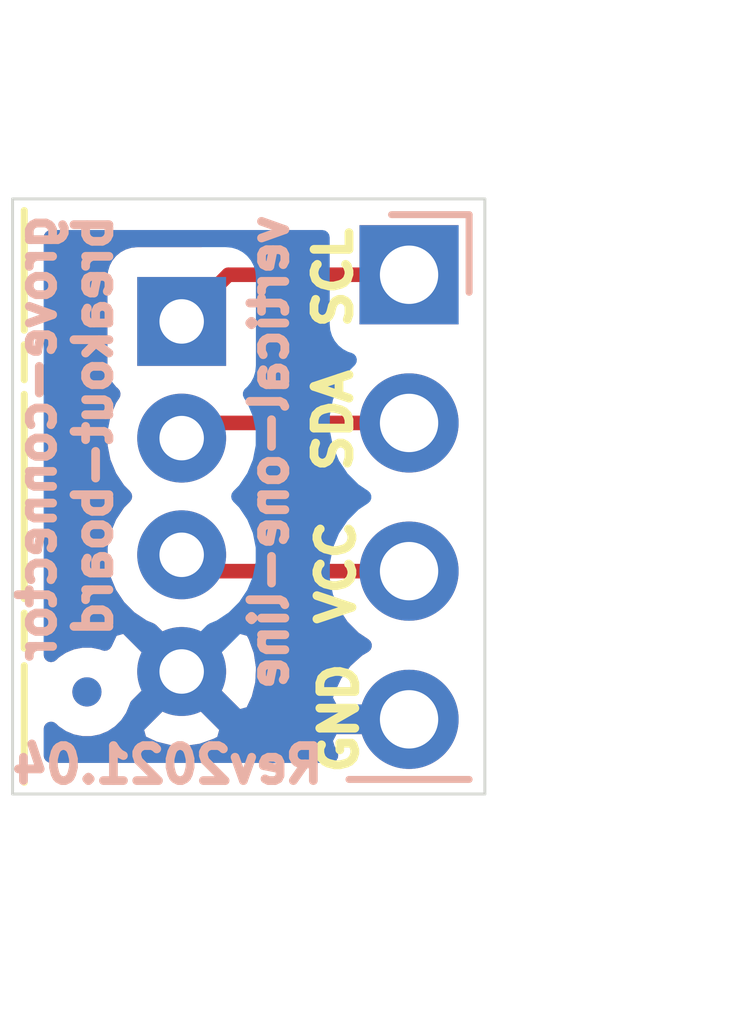
<source format=kicad_pcb>
(kicad_pcb (version 20171130) (host pcbnew 5.1.9-73d0e3b20d~88~ubuntu20.04.1)

  (general
    (thickness 1.6)
    (drawings 13)
    (tracks 10)
    (zones 0)
    (modules 4)
    (nets 5)
  )

  (page A4)
  (layers
    (0 F.Cu signal)
    (31 B.Cu signal)
    (32 B.Adhes user)
    (33 F.Adhes user)
    (34 B.Paste user)
    (35 F.Paste user)
    (36 B.SilkS user)
    (37 F.SilkS user)
    (38 B.Mask user)
    (39 F.Mask user)
    (40 Dwgs.User user)
    (41 Cmts.User user)
    (42 Eco1.User user)
    (43 Eco2.User user)
    (44 Edge.Cuts user)
    (45 Margin user)
    (46 B.CrtYd user)
    (47 F.CrtYd user)
    (48 B.Fab user)
    (49 F.Fab user)
  )

  (setup
    (last_trace_width 0.25)
    (trace_clearance 0.2)
    (zone_clearance 0.508)
    (zone_45_only no)
    (trace_min 0.2)
    (via_size 0.8)
    (via_drill 0.4)
    (via_min_size 0.4)
    (via_min_drill 0.3)
    (uvia_size 0.3)
    (uvia_drill 0.1)
    (uvias_allowed no)
    (uvia_min_size 0.2)
    (uvia_min_drill 0.1)
    (edge_width 0.05)
    (segment_width 0.2)
    (pcb_text_width 0.3)
    (pcb_text_size 1.5 1.5)
    (mod_edge_width 0.12)
    (mod_text_size 1 1)
    (mod_text_width 0.15)
    (pad_size 1.524 1.524)
    (pad_drill 0.762)
    (pad_to_mask_clearance 0)
    (aux_axis_origin 0 0)
    (visible_elements FFFFFF7F)
    (pcbplotparams
      (layerselection 0x010fc_ffffffff)
      (usegerberextensions false)
      (usegerberattributes true)
      (usegerberadvancedattributes true)
      (creategerberjobfile true)
      (excludeedgelayer true)
      (linewidth 0.100000)
      (plotframeref false)
      (viasonmask false)
      (mode 1)
      (useauxorigin false)
      (hpglpennumber 1)
      (hpglpenspeed 20)
      (hpglpendiameter 15.000000)
      (psnegative false)
      (psa4output false)
      (plotreference true)
      (plotvalue true)
      (plotinvisibletext false)
      (padsonsilk false)
      (subtractmaskfromsilk false)
      (outputformat 1)
      (mirror false)
      (drillshape 1)
      (scaleselection 1)
      (outputdirectory ""))
  )

  (net 0 "")
  (net 1 GND)
  (net 2 "Net-(J1-Pad3)")
  (net 3 "Net-(J1-Pad2)")
  (net 4 "Net-(J1-Pad1)")

  (net_class Default "This is the default net class."
    (clearance 0.2)
    (trace_width 0.25)
    (via_dia 0.8)
    (via_drill 0.4)
    (uvia_dia 0.3)
    (uvia_drill 0.1)
    (add_net GND)
    (add_net "Net-(J1-Pad1)")
    (add_net "Net-(J1-Pad2)")
    (add_net "Net-(J1-Pad3)")
  )

  (module Fiducial:Fiducial_0.5mm_Mask1mm (layer B.Cu) (tedit 5C18CB26) (tstamp 601E71D2)
    (at 141.775 108.75)
    (descr "Circular Fiducial, 0.5mm bare copper, 1mm soldermask opening (Level C)")
    (tags fiducial)
    (attr smd)
    (fp_text reference fid1 (at 0 1.5) (layer B.SilkS) hide
      (effects (font (size 1 1) (thickness 0.15)) (justify mirror))
    )
    (fp_text value Fiducial_0.5mm_Mask1mm (at 0 -1.5) (layer B.Fab) hide
      (effects (font (size 1 1) (thickness 0.15)) (justify mirror))
    )
    (fp_circle (center 0 0) (end 0.5 0) (layer B.Fab) (width 0.1))
    (fp_circle (center 0 0) (end 0.75 0) (layer B.CrtYd) (width 0.05))
    (fp_text user %R (at 0 0) (layer B.Fab)
      (effects (font (size 0.2 0.2) (thickness 0.04)) (justify mirror))
    )
    (pad "" smd circle (at 0 0) (size 0.5 0.5) (layers B.Cu B.Mask)
      (solder_mask_margin 0.25) (clearance 0.25))
  )

  (module Fiducial:Fiducial_0.5mm_Mask1mm (layer F.Cu) (tedit 5C18CB26) (tstamp 601E7184)
    (at 141.775 108.75)
    (descr "Circular Fiducial, 0.5mm bare copper, 1mm soldermask opening (Level C)")
    (tags fiducial)
    (attr smd)
    (fp_text reference fid1 (at 0 -1.5) (layer F.SilkS) hide
      (effects (font (size 1 1) (thickness 0.15)))
    )
    (fp_text value Fiducial_0.5mm_Mask1mm (at 0 1.5) (layer F.Fab) hide
      (effects (font (size 1 1) (thickness 0.15)))
    )
    (fp_circle (center 0 0) (end 0.5 0) (layer F.Fab) (width 0.1))
    (fp_circle (center 0 0) (end 0.75 0) (layer F.CrtYd) (width 0.05))
    (fp_text user %R (at 0 0) (layer F.Fab)
      (effects (font (size 0.2 0.2) (thickness 0.04)))
    )
    (pad "" smd circle (at 0 0) (size 0.5 0.5) (layers F.Cu F.Mask)
      (solder_mask_margin 0.25) (clearance 0.25))
  )

  (module my-kicad-footprints:PinHeader_1x04_P2.54mm_Vertical_silk_inside (layer B.Cu) (tedit 601E03B3) (tstamp 5FBE1ECE)
    (at 147.3 101.6 180)
    (descr "Through hole straight pin header, 1x04, 2.54mm pitch, single row")
    (tags "Through hole pin header THT 1x04 2.54mm single row")
    (path /5FBE14A7)
    (fp_text reference J2 (at 0 2.33) (layer B.SilkS) hide
      (effects (font (size 1 1) (thickness 0.15)) (justify mirror))
    )
    (fp_text value Conn_01x04 (at 0 -9.95) (layer B.Fab)
      (effects (font (size 1 1) (thickness 0.15)) (justify mirror))
    )
    (fp_line (start -0.635 1.27) (end 1.27 1.27) (layer B.Fab) (width 0.1))
    (fp_line (start 1.27 1.27) (end 1.27 -8.89) (layer B.Fab) (width 0.1))
    (fp_line (start 1.27 -8.89) (end -1.27 -8.89) (layer B.Fab) (width 0.1))
    (fp_line (start -1.27 -8.89) (end -1.27 0.635) (layer B.Fab) (width 0.1))
    (fp_line (start -1.27 0.635) (end -0.635 1.27) (layer B.Fab) (width 0.1))
    (fp_line (start -1.03 -8.65) (end 1.03 -8.65) (layer B.SilkS) (width 0.12))
    (fp_line (start -1.03 -0.3) (end -1.03 1.03) (layer B.SilkS) (width 0.12))
    (fp_line (start -1.03 1.03) (end 0.3 1.03) (layer B.SilkS) (width 0.12))
    (fp_line (start -1.8 1.8) (end -1.8 -9.4) (layer B.CrtYd) (width 0.05))
    (fp_line (start -1.8 -9.4) (end 1.8 -9.4) (layer B.CrtYd) (width 0.05))
    (fp_line (start 1.8 -9.4) (end 1.8 1.8) (layer B.CrtYd) (width 0.05))
    (fp_line (start 1.8 1.8) (end -1.8 1.8) (layer B.CrtYd) (width 0.05))
    (fp_text user %R (at 0 -3.81 270) (layer B.Fab)
      (effects (font (size 1 1) (thickness 0.15)) (justify mirror))
    )
    (pad 4 thru_hole oval (at 0 -7.62 180) (size 1.7 1.7) (drill 1) (layers *.Cu *.Mask)
      (net 1 GND))
    (pad 3 thru_hole oval (at 0 -5.08 180) (size 1.7 1.7) (drill 1) (layers *.Cu *.Mask)
      (net 2 "Net-(J1-Pad3)"))
    (pad 2 thru_hole oval (at 0 -2.54 180) (size 1.7 1.7) (drill 1) (layers *.Cu *.Mask)
      (net 3 "Net-(J1-Pad2)"))
    (pad 1 thru_hole rect (at 0 0 180) (size 1.7 1.7) (drill 1) (layers *.Cu *.Mask)
      (net 4 "Net-(J1-Pad1)"))
    (model ${KISYS3DMOD}/Connector_PinHeader_2.54mm.3dshapes/PinHeader_1x04_P2.54mm_Vertical.wrl
      (at (xyz 0 0 0))
      (scale (xyz 1 1 1))
      (rotate (xyz 0 0 0))
    )
  )

  (module my-kicad-footprints:NS-Tech_Grove_1x04_P2mm_Vertical_silk_inside (layer F.Cu) (tedit 601DFAE0) (tstamp 5FBE1EB6)
    (at 143.4 102.4)
    (descr https://statics3.seeedstudio.com/images/opl/datasheet/3470130P1.pdf)
    (tags Grove-1x04)
    (path /5FBE04A9)
    (fp_text reference J1 (at -0.01524 -2.8956) (layer F.SilkS) hide
      (effects (font (size 1 1) (thickness 0.15)))
    )
    (fp_text value Grove-I2C-connector (at 4.19 2.83 90) (layer F.Fab)
      (effects (font (size 1 1) (thickness 0.15)))
    )
    (fp_line (start -2.9 8.1) (end -2.9 -2.1) (layer F.Fab) (width 0.1))
    (fp_line (start 2.2 8.1) (end -2.9 8.1) (layer F.Fab) (width 0.1))
    (fp_line (start 2.2 -2.1) (end 2.2 8.1) (layer F.Fab) (width 0.1))
    (fp_line (start -2.9 -2.1) (end 2.2 -2.1) (layer F.Fab) (width 0.1))
    (fp_line (start -2.7 5.9) (end -2.7 7.9) (layer F.SilkS) (width 0.12))
    (fp_line (start -2.7 -1.9) (end -2.7 0.15) (layer F.SilkS) (width 0.12))
    (fp_line (start -2.7 1.25) (end -2.7 4.75) (layer F.SilkS) (width 0.12))
    (fp_line (start -2.7 0.4) (end -2.7 1) (layer F.SilkS) (width 0.12))
    (fp_line (start -2.7 5) (end -2.7 5.6) (layer F.SilkS) (width 0.12))
    (fp_line (start 2.2 -1) (end 0.9 0) (layer F.Fab) (width 0.1))
    (fp_line (start 0.9 0) (end 2.2 1) (layer F.Fab) (width 0.1))
    (fp_text user %R (at -2 2 90) (layer F.Fab)
      (effects (font (size 1 1) (thickness 0.15)))
    )
    (pad 1 thru_hole rect (at 0 0) (size 1.524 1.524) (drill 0.762) (layers *.Cu *.Mask)
      (net 4 "Net-(J1-Pad1)"))
    (pad 2 thru_hole circle (at 0 2) (size 1.524 1.524) (drill 0.762) (layers *.Cu *.Mask)
      (net 3 "Net-(J1-Pad2)"))
    (pad 3 thru_hole circle (at 0 4) (size 1.524 1.524) (drill 0.762) (layers *.Cu *.Mask)
      (net 2 "Net-(J1-Pad3)"))
    (pad 4 thru_hole circle (at 0 6) (size 1.524 1.524) (drill 0.762) (layers *.Cu *.Mask)
      (net 1 GND))
    (model ${KISYS3DMOD}/Connector.3dshapes/NS-Tech_Grove_1x04_P2mm_Vertical.wrl
      (at (xyz 0 0 0))
      (scale (xyz 0.3937 0.3937 0.3937))
      (rotate (xyz 0 0 -90))
    )
  )

  (dimension 8.1 (width 0.15) (layer Dwgs.User)
    (gr_text "8.100 mm" (at 144.55 115.092) (layer Dwgs.User) (tstamp 606DD13C)
      (effects (font (size 1 1) (thickness 0.15)))
    )
    (feature1 (pts (xy 140.5 110.5) (xy 140.5 114.378421)))
    (feature2 (pts (xy 148.6 110.5) (xy 148.6 114.378421)))
    (crossbar (pts (xy 148.6 113.792) (xy 140.5 113.792)))
    (arrow1a (pts (xy 140.5 113.792) (xy 141.626504 113.205579)))
    (arrow1b (pts (xy 140.5 113.792) (xy 141.626504 114.378421)))
    (arrow2a (pts (xy 148.6 113.792) (xy 147.473496 113.205579)))
    (arrow2b (pts (xy 148.6 113.792) (xy 147.473496 114.378421)))
  )
  (dimension 10.2 (width 0.15) (layer Dwgs.User)
    (gr_text "10.200 mm" (at 151.6 105.4 90) (layer Dwgs.User) (tstamp 606DD136)
      (effects (font (size 1 1) (thickness 0.15)))
    )
    (feature1 (pts (xy 148.6 100.3) (xy 150.886421 100.3)))
    (feature2 (pts (xy 148.6 110.5) (xy 150.886421 110.5)))
    (crossbar (pts (xy 150.3 110.5) (xy 150.3 100.3)))
    (arrow1a (pts (xy 150.3 100.3) (xy 150.886421 101.426504)))
    (arrow1b (pts (xy 150.3 100.3) (xy 149.713579 101.426504)))
    (arrow2a (pts (xy 150.3 110.5) (xy 150.886421 109.373496)))
    (arrow2b (pts (xy 150.3 110.5) (xy 149.713579 109.373496)))
  )
  (gr_text Rev2021.04 (at 145.9 110) (layer B.SilkS) (tstamp 5FBE20CE)
    (effects (font (size 0.6 0.6) (thickness 0.15)) (justify left mirror))
  )
  (gr_text vertical-one-line (at 144.9 100.5 90) (layer B.SilkS) (tstamp 5FBE20CE)
    (effects (font (size 0.6 0.6) (thickness 0.15)) (justify left mirror))
  )
  (gr_text "grove-connector\nbreakout-board" (at 141.4 100.5 90) (layer B.SilkS)
    (effects (font (size 0.6 0.6) (thickness 0.15)) (justify left mirror))
  )
  (gr_text GND (at 146.1 109.2 90) (layer F.SilkS) (tstamp 5FBE208A)
    (effects (font (size 0.6 0.6) (thickness 0.15)))
  )
  (gr_text SCL (at 146 101.65 90) (layer F.SilkS) (tstamp 5FBE2089)
    (effects (font (size 0.6 0.6) (thickness 0.15)))
  )
  (gr_text VCC (at 146.05 106.7 90) (layer F.SilkS) (tstamp 5FBE2088)
    (effects (font (size 0.6 0.6) (thickness 0.15)))
  )
  (gr_text SDA (at 146 104.1 90) (layer F.SilkS) (tstamp 5FBE2087)
    (effects (font (size 0.6 0.6) (thickness 0.15)))
  )
  (gr_line (start 148.6 100.3) (end 148.6 110.5) (layer Edge.Cuts) (width 0.05) (tstamp 5FBE1FE4))
  (gr_line (start 140.5 100.3) (end 148.6 100.3) (layer Edge.Cuts) (width 0.05))
  (gr_line (start 140.5 110.5) (end 140.5 100.3) (layer Edge.Cuts) (width 0.05))
  (gr_line (start 148.6 110.5) (end 140.5 110.5) (layer Edge.Cuts) (width 0.05))

  (segment (start 147.3 109.22) (end 145.42 109.22) (width 0.25) (layer F.Cu) (net 1))
  (segment (start 147.3 109.22) (end 145.48 109.22) (width 0.25) (layer B.Cu) (net 1))
  (segment (start 147.3 109.22) (end 144.22 109.22) (width 0.25) (layer F.Cu) (net 1))
  (segment (start 144.22 109.22) (end 143.4 108.4) (width 0.25) (layer F.Cu) (net 1))
  (segment (start 143.68 106.68) (end 143.4 106.4) (width 0.25) (layer F.Cu) (net 2))
  (segment (start 147.3 106.68) (end 143.68 106.68) (width 0.25) (layer F.Cu) (net 2))
  (segment (start 143.66 104.14) (end 143.4 104.4) (width 0.25) (layer F.Cu) (net 3))
  (segment (start 147.3 104.14) (end 143.66 104.14) (width 0.25) (layer F.Cu) (net 3))
  (segment (start 147.3 101.6) (end 144.2 101.6) (width 0.25) (layer F.Cu) (net 4))
  (segment (start 144.2 101.6) (end 143.4 102.4) (width 0.25) (layer F.Cu) (net 4))

  (zone (net 1) (net_name GND) (layer F.Cu) (tstamp 0) (hatch edge 0.508)
    (connect_pads (clearance 0.508))
    (min_thickness 0.254)
    (fill yes (arc_segments 32) (thermal_gap 0.508) (thermal_bridge_width 0.508))
    (polygon
      (pts
        (xy 148.6 110.5) (xy 140.5 110.5) (xy 140.5 100.3) (xy 148.6 100.3)
      )
    )
    (filled_polygon
      (pts
        (xy 143.775724 100.965026) (xy 143.733196 100.999928) (xy 142.638 100.999928) (xy 142.513518 101.012188) (xy 142.39382 101.048498)
        (xy 142.283506 101.107463) (xy 142.186815 101.186815) (xy 142.107463 101.283506) (xy 142.048498 101.39382) (xy 142.012188 101.513518)
        (xy 141.999928 101.638) (xy 141.999928 103.162) (xy 142.012188 103.286482) (xy 142.048498 103.40618) (xy 142.107463 103.516494)
        (xy 142.186815 103.613185) (xy 142.224766 103.64433) (xy 142.161995 103.738273) (xy 142.056686 103.99251) (xy 142.003 104.262408)
        (xy 142.003 104.537592) (xy 142.056686 104.80749) (xy 142.161995 105.061727) (xy 142.31488 105.290535) (xy 142.424345 105.4)
        (xy 142.31488 105.509465) (xy 142.161995 105.738273) (xy 142.056686 105.99251) (xy 142.003 106.262408) (xy 142.003 106.537592)
        (xy 142.056686 106.80749) (xy 142.161995 107.061727) (xy 142.31488 107.290535) (xy 142.509465 107.48512) (xy 142.738273 107.638005)
        (xy 142.87371 107.694105) (xy 143.4 108.220395) (xy 143.414143 108.206253) (xy 143.593748 108.385858) (xy 143.579605 108.4)
        (xy 144.365565 109.18596) (xy 144.605656 109.11898) (xy 144.722756 108.869952) (xy 144.789023 108.602865) (xy 144.80191 108.327983)
        (xy 144.760922 108.055867) (xy 144.667636 107.796977) (xy 144.605656 107.68102) (xy 144.365567 107.614041) (xy 144.481977 107.497631)
        (xy 144.424346 107.44) (xy 146.021822 107.44) (xy 146.146525 107.626632) (xy 146.353368 107.833475) (xy 146.535534 107.955195)
        (xy 146.418645 108.024822) (xy 146.202412 108.219731) (xy 146.028359 108.45308) (xy 145.903175 108.715901) (xy 145.858524 108.86311)
        (xy 145.979845 109.093) (xy 147.173 109.093) (xy 147.173 109.073) (xy 147.427 109.073) (xy 147.427 109.093)
        (xy 147.447 109.093) (xy 147.447 109.347) (xy 147.427 109.347) (xy 147.427 109.367) (xy 147.173 109.367)
        (xy 147.173 109.347) (xy 145.979845 109.347) (xy 145.858524 109.57689) (xy 145.903175 109.724099) (xy 145.95838 109.84)
        (xy 141.16 109.84) (xy 141.16 109.386579) (xy 141.210845 109.437424) (xy 141.355795 109.534277) (xy 141.516855 109.60099)
        (xy 141.687835 109.635) (xy 141.862165 109.635) (xy 142.033145 109.60099) (xy 142.194205 109.534277) (xy 142.339155 109.437424)
        (xy 142.411014 109.365565) (xy 142.61404 109.365565) (xy 142.68102 109.605656) (xy 142.930048 109.722756) (xy 143.197135 109.789023)
        (xy 143.472017 109.80191) (xy 143.744133 109.760922) (xy 144.003023 109.667636) (xy 144.11898 109.605656) (xy 144.18596 109.365565)
        (xy 143.4 108.579605) (xy 142.61404 109.365565) (xy 142.411014 109.365565) (xy 142.462424 109.314155) (xy 142.559277 109.169205)
        (xy 142.62599 109.008145) (xy 142.629402 108.990993) (xy 143.220395 108.4) (xy 142.434435 107.61404) (xy 142.194344 107.68102)
        (xy 142.082271 107.919358) (xy 142.033145 107.89901) (xy 141.862165 107.865) (xy 141.687835 107.865) (xy 141.516855 107.89901)
        (xy 141.355795 107.965723) (xy 141.210845 108.062576) (xy 141.16 108.113421) (xy 141.16 100.96) (xy 143.785127 100.96)
      )
    )
  )
  (zone (net 1) (net_name GND) (layer B.Cu) (tstamp 5FBE20A8) (hatch edge 0.508)
    (connect_pads (clearance 0.508))
    (min_thickness 0.254)
    (fill yes (arc_segments 32) (thermal_gap 0.508) (thermal_bridge_width 0.508))
    (polygon
      (pts
        (xy 148.6 110.5) (xy 140.5 110.5) (xy 140.5 100.3) (xy 148.6 100.3)
      )
    )
    (filled_polygon
      (pts
        (xy 145.811928 102.45) (xy 145.824188 102.574482) (xy 145.860498 102.69418) (xy 145.919463 102.804494) (xy 145.998815 102.901185)
        (xy 146.095506 102.980537) (xy 146.20582 103.039502) (xy 146.27838 103.061513) (xy 146.146525 103.193368) (xy 145.98401 103.436589)
        (xy 145.872068 103.706842) (xy 145.815 103.99374) (xy 145.815 104.28626) (xy 145.872068 104.573158) (xy 145.98401 104.843411)
        (xy 146.146525 105.086632) (xy 146.353368 105.293475) (xy 146.52776 105.41) (xy 146.353368 105.526525) (xy 146.146525 105.733368)
        (xy 145.98401 105.976589) (xy 145.872068 106.246842) (xy 145.815 106.53374) (xy 145.815 106.82626) (xy 145.872068 107.113158)
        (xy 145.98401 107.383411) (xy 146.146525 107.626632) (xy 146.353368 107.833475) (xy 146.535534 107.955195) (xy 146.418645 108.024822)
        (xy 146.202412 108.219731) (xy 146.028359 108.45308) (xy 145.903175 108.715901) (xy 145.858524 108.86311) (xy 145.979845 109.093)
        (xy 147.173 109.093) (xy 147.173 109.073) (xy 147.427 109.073) (xy 147.427 109.093) (xy 147.447 109.093)
        (xy 147.447 109.347) (xy 147.427 109.347) (xy 147.427 109.367) (xy 147.173 109.367) (xy 147.173 109.347)
        (xy 145.979845 109.347) (xy 145.858524 109.57689) (xy 145.903175 109.724099) (xy 145.95838 109.84) (xy 141.16 109.84)
        (xy 141.16 109.386579) (xy 141.210845 109.437424) (xy 141.355795 109.534277) (xy 141.516855 109.60099) (xy 141.687835 109.635)
        (xy 141.862165 109.635) (xy 142.033145 109.60099) (xy 142.194205 109.534277) (xy 142.339155 109.437424) (xy 142.411014 109.365565)
        (xy 142.61404 109.365565) (xy 142.68102 109.605656) (xy 142.930048 109.722756) (xy 143.197135 109.789023) (xy 143.472017 109.80191)
        (xy 143.744133 109.760922) (xy 144.003023 109.667636) (xy 144.11898 109.605656) (xy 144.18596 109.365565) (xy 143.4 108.579605)
        (xy 142.61404 109.365565) (xy 142.411014 109.365565) (xy 142.462424 109.314155) (xy 142.559277 109.169205) (xy 142.62599 109.008145)
        (xy 142.629402 108.990993) (xy 143.220395 108.4) (xy 143.579605 108.4) (xy 144.365565 109.18596) (xy 144.605656 109.11898)
        (xy 144.722756 108.869952) (xy 144.789023 108.602865) (xy 144.80191 108.327983) (xy 144.760922 108.055867) (xy 144.667636 107.796977)
        (xy 144.605656 107.68102) (xy 144.365565 107.61404) (xy 143.579605 108.4) (xy 143.220395 108.4) (xy 142.434435 107.61404)
        (xy 142.194344 107.68102) (xy 142.082271 107.919358) (xy 142.033145 107.89901) (xy 141.862165 107.865) (xy 141.687835 107.865)
        (xy 141.516855 107.89901) (xy 141.355795 107.965723) (xy 141.210845 108.062576) (xy 141.16 108.113421) (xy 141.16 101.638)
        (xy 141.999928 101.638) (xy 141.999928 103.162) (xy 142.012188 103.286482) (xy 142.048498 103.40618) (xy 142.107463 103.516494)
        (xy 142.186815 103.613185) (xy 142.224766 103.64433) (xy 142.161995 103.738273) (xy 142.056686 103.99251) (xy 142.003 104.262408)
        (xy 142.003 104.537592) (xy 142.056686 104.80749) (xy 142.161995 105.061727) (xy 142.31488 105.290535) (xy 142.424345 105.4)
        (xy 142.31488 105.509465) (xy 142.161995 105.738273) (xy 142.056686 105.99251) (xy 142.003 106.262408) (xy 142.003 106.537592)
        (xy 142.056686 106.80749) (xy 142.161995 107.061727) (xy 142.31488 107.290535) (xy 142.509465 107.48512) (xy 142.738273 107.638005)
        (xy 142.87371 107.694105) (xy 143.4 108.220395) (xy 143.92629 107.694105) (xy 144.061727 107.638005) (xy 144.290535 107.48512)
        (xy 144.48512 107.290535) (xy 144.638005 107.061727) (xy 144.743314 106.80749) (xy 144.797 106.537592) (xy 144.797 106.262408)
        (xy 144.743314 105.99251) (xy 144.638005 105.738273) (xy 144.48512 105.509465) (xy 144.375655 105.4) (xy 144.48512 105.290535)
        (xy 144.638005 105.061727) (xy 144.743314 104.80749) (xy 144.797 104.537592) (xy 144.797 104.262408) (xy 144.743314 103.99251)
        (xy 144.638005 103.738273) (xy 144.575234 103.64433) (xy 144.613185 103.613185) (xy 144.692537 103.516494) (xy 144.751502 103.40618)
        (xy 144.787812 103.286482) (xy 144.800072 103.162) (xy 144.800072 101.638) (xy 144.787812 101.513518) (xy 144.751502 101.39382)
        (xy 144.692537 101.283506) (xy 144.613185 101.186815) (xy 144.516494 101.107463) (xy 144.40618 101.048498) (xy 144.286482 101.012188)
        (xy 144.162 100.999928) (xy 142.638 100.999928) (xy 142.513518 101.012188) (xy 142.39382 101.048498) (xy 142.283506 101.107463)
        (xy 142.186815 101.186815) (xy 142.107463 101.283506) (xy 142.048498 101.39382) (xy 142.012188 101.513518) (xy 141.999928 101.638)
        (xy 141.16 101.638) (xy 141.16 100.96) (xy 145.811928 100.96)
      )
    )
  )
)

</source>
